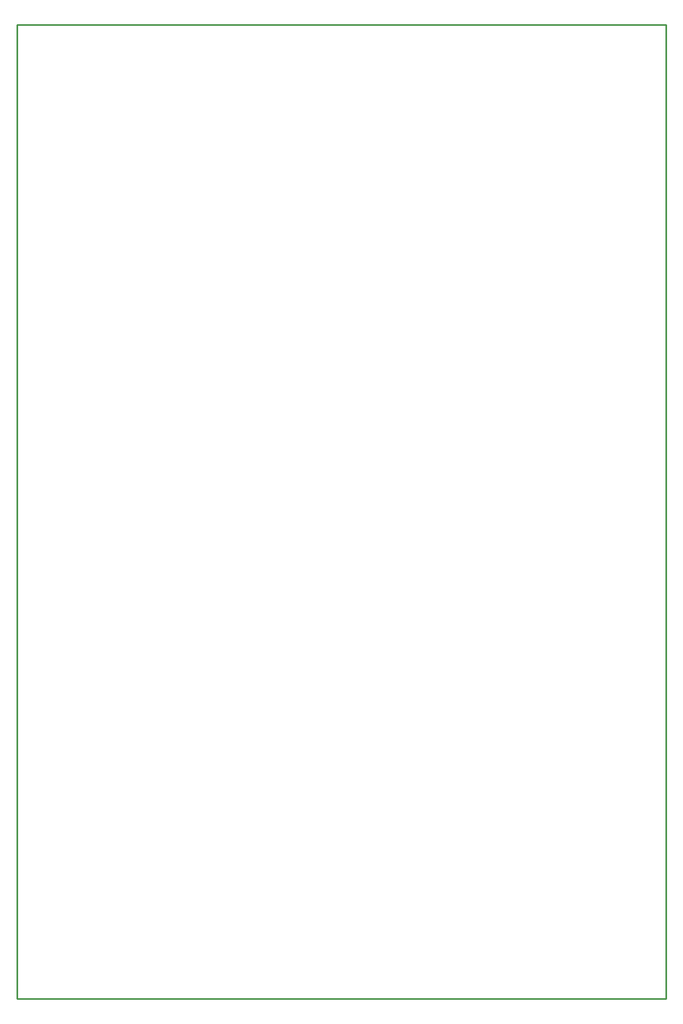
<source format=gm1>
G04*
G04 #@! TF.GenerationSoftware,Altium Limited,Altium Designer,22.8.2 (66)*
G04*
G04 Layer_Color=16711935*
%FSLAX42Y42*%
%MOMM*%
G71*
G04*
G04 #@! TF.SameCoordinates,2FBAE4DF-68DC-433E-BD2C-A1B06293C93E*
G04*
G04*
G04 #@! TF.FilePolarity,Positive*
G04*
G01*
G75*
%ADD15C,0.25*%
D15*
X10000D01*
X0Y15000D02*
X10000D01*
Y0D02*
Y15000D01*
X0Y0D02*
Y15000D01*
M02*

</source>
